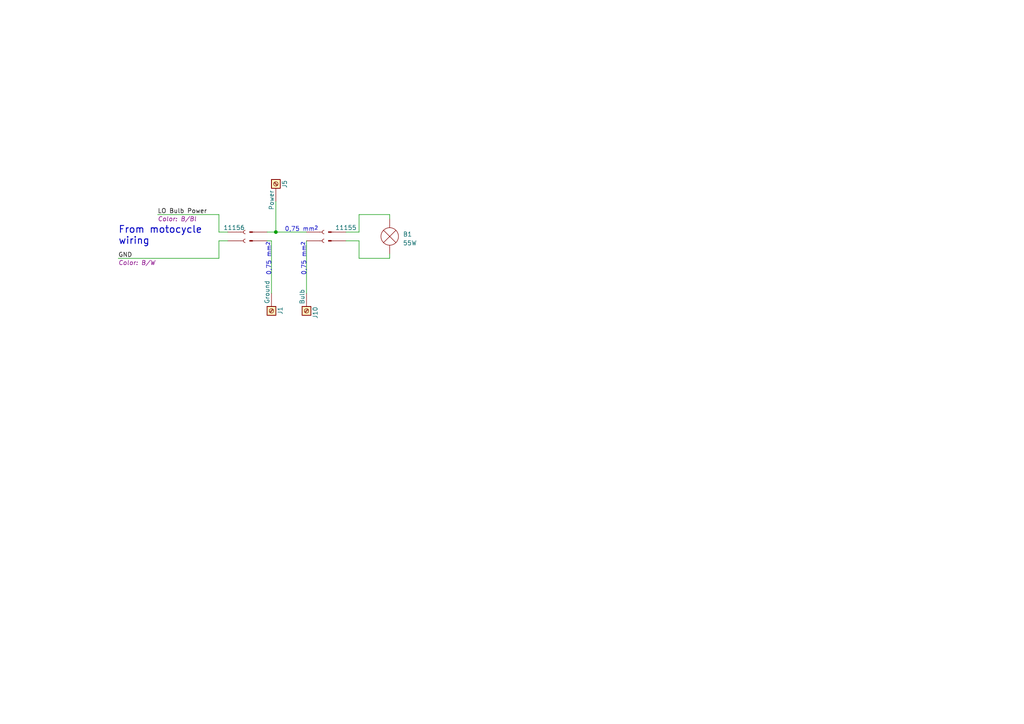
<source format=kicad_sch>
(kicad_sch (version 20231120) (generator "eeschema") (generator_version "8.0")
  (paper "A4")
  (title_block (title "Power module wiring") (date "2023-04-19"))
  (lib_symbols
    (symbol "Conn_01x02_Pin_1" (pin_numbers hide) (pin_names (offset 1.016) hide)
      (property "Reference" "J" (at 0 2.54 0))
      (property "Value" "Conn_01x02_Pin" (at 0 -5.08 0))
      (symbol "Conn_01x02_Pin_1_1_1"
        (polyline (pts (xy 1.27 -2.54) (xy 0.8636 -2.54)) (stroke (width 0.1524)))
        (polyline (pts (xy 1.27 0) (xy 0.8636 0)) (stroke (width 0.1524)))
        (rectangle (start 0.8636 -2.413) (end 0 -2.667) (stroke (width 0.1524)) (fill (type outline)))
        (rectangle (start 0.8636 0.127) (end 0 -0.127) (stroke (width 0.1524)) (fill (type outline)))
        (pin passive line (at 5.08 0 180) (length 3.81) (name "Pin_1") (number "1"))
        (pin passive line (at 5.08 -2.54 180) (length 3.81) (name "Pin_2") (number "2"))
      )
    )
    (symbol "Conn_01x02_Socket_1" (pin_numbers hide) (pin_names (offset 1.016) hide)
      (property "Reference" "J" (at 0 2.54 0))
      (property "Value" "Conn_01x02_Socket" (at 0 -5.08 0))
      (symbol "Conn_01x02_Socket_1_1_1"
        (arc (start 0 -2.032) (mid -0.5058 -2.54) (end 0 -3.048) (stroke (width 0.1524)))
        (polyline (pts (xy -1.27 -2.54) (xy -0.508 -2.54)) (stroke (width 0.1524)))
        (polyline (pts (xy -1.27 0) (xy -0.508 0)) (stroke (width 0.1524)))
        (arc (start 0 0.508) (mid -0.5058 0) (end 0 -0.508) (stroke (width 0.1524)))
        (pin passive line (at -5.08 0 0) (length 3.81) (name "Pin_1") (number "1"))
        (pin passive line (at -5.08 -2.54 0) (length 3.81) (name "Pin_2") (number "2"))
      )
    )
    (symbol "Connector:Conn_01x02_Pin" (pin_numbers hide) (pin_names (offset 1.016) hide)
      (property "Reference" "J" (at 0 2.54 0))
      (property "Value" "Conn_01x02_Pin" (at 0 -5.08 0))
      (symbol "Conn_01x02_Pin_1_1"
        (polyline (pts (xy 1.27 -2.54) (xy 0.8636 -2.54)) (stroke (width 0.1524)))
        (polyline (pts (xy 1.27 0) (xy 0.8636 0)) (stroke (width 0.1524)))
        (rectangle (start 0.8636 -2.413) (end 0 -2.667) (stroke (width 0.1524)) (fill (type outline)))
        (rectangle (start 0.8636 0.127) (end 0 -0.127) (stroke (width 0.1524)) (fill (type outline)))
        (pin passive line (at 5.08 0 180) (length 3.81) (name "Pin_1") (number "1"))
        (pin passive line (at 5.08 -2.54 180) (length 3.81) (name "Pin_2") (number "2"))
      )
    )
    (symbol "Connector:Conn_01x02_Socket" (pin_numbers hide) (pin_names (offset 1.016) hide)
      (property "Reference" "J" (at 0 2.54 0))
      (property "Value" "Conn_01x02_Socket" (at 0 -5.08 0))
      (symbol "Conn_01x02_Socket_1_1"
        (arc (start 0 -2.032) (mid -0.5058 -2.54) (end 0 -3.048) (stroke (width 0.1524)))
        (polyline (pts (xy -1.27 -2.54) (xy -0.508 -2.54)) (stroke (width 0.1524)))
        (polyline (pts (xy -1.27 0) (xy -0.508 0)) (stroke (width 0.1524)))
        (arc (start 0 0.508) (mid -0.5058 0) (end 0 -0.508) (stroke (width 0.1524)))
        (pin passive line (at -5.08 0 0) (length 3.81) (name "Pin_1") (number "1"))
        (pin passive line (at -5.08 -2.54 0) (length 3.81) (name "Pin_2") (number "2"))
      )
    )
    (symbol "Connector:Screw_Terminal_01x01" (pin_numbers hide) (pin_names (offset 1.016) hide)
      (property "Reference" "J" (at 0 2.54 0))
      (property "Value" "Screw_Terminal_01x01" (at 0 -2.54 0))
      (symbol "Screw_Terminal_01x01_1_1"
        (rectangle (start -1.27 1.27) (end 1.27 -1.27) (stroke (width 0.254)) (fill (type background)))
        (polyline (pts (xy -0.5334 0.3302) (xy 0.3302 -0.508)) (stroke (width 0.1524)))
        (polyline (pts (xy -0.3556 0.508) (xy 0.508 -0.3302)) (stroke (width 0.1524)))
        (circle (center 0 0) (radius 0.635) (stroke (width 0.1524)))
        (pin passive line (at -5.08 0 0) (length 3.81) (name "Pin_1") (number "1"))
      )
    )
    (symbol "Device:Lamp" (pin_numbers hide) (pin_names (offset 0.0254) hide)
      (property "Reference" "LA" (at 0.635 3.81 0))
      (property "Value" "Lamp" (at 0.635 -3.81 0))
      (symbol "Lamp_0_1"
        (polyline (pts (xy -1.778 1.778) (xy 1.778 -1.778)))
        (polyline (pts (xy 1.778 1.778) (xy -1.778 -1.778)))
        (circle (center 0 0) (radius 2.54))
      )
      (symbol "Lamp_1_1"
        (pin passive line (at 0 -5.08 90) (length 2.54) (name "-") (number "1"))
        (pin passive line (at 0 5.08 270) (length 2.54) (name "+") (number "2"))
      )
    )
    (symbol "Screw_Terminal_01x01_1" (pin_numbers hide) (pin_names (offset 1.016) hide)
      (property "Reference" "J" (at 0 2.54 0))
      (property "Value" "Screw_Terminal_01x01" (at 0 -2.54 0))
      (symbol "Screw_Terminal_01x01_1_1_1"
        (rectangle (start -1.27 1.27) (end 1.27 -1.27) (stroke (width 0.254)) (fill (type background)))
        (polyline (pts (xy -0.5334 0.3302) (xy 0.3302 -0.508)) (stroke (width 0.1524)))
        (polyline (pts (xy -0.3556 0.508) (xy 0.508 -0.3302)) (stroke (width 0.1524)))
        (circle (center 0 0) (radius 0.635) (stroke (width 0.1524)))
        (pin passive line (at -5.08 0 0) (length 3.81) (name "Pin_1") (number "1"))
      )
    )
  )
  (junction (at 80.01 67.31))
  (wire (pts (xy 63.5 74.93) (xy 63.5 69.85)))
  (wire (pts (xy 113.03 74.93) (xy 113.03 73.66)))
  (wire (pts (xy 63.5 62.23) (xy 63.5 67.31)))
  (wire (pts (xy 78.74 69.85) (xy 77.47 69.85)))
  (wire (pts (xy 77.47 67.31) (xy 80.01 67.31)))
  (wire (pts (xy 104.14 67.31) (xy 100.33 67.31)))
  (wire (pts (xy 45.72 62.23) (xy 63.5 62.23)))
  (wire (pts (xy 63.5 67.31) (xy 66.04 67.31)))
  (wire (pts (xy 88.9 85.09) (xy 88.9 69.85)))
  (wire (pts (xy 78.74 85.09) (xy 78.74 69.85)))
  (wire (pts (xy 63.5 69.85) (xy 66.04 69.85)))
  (wire (pts (xy 113.03 62.23) (xy 113.03 63.5)))
  (wire (pts (xy 104.14 67.31) (xy 104.14 62.23)))
  (wire (pts (xy 104.14 62.23) (xy 113.03 62.23)))
  (wire (pts (xy 80.01 67.31) (xy 88.9 67.31)))
  (wire (pts (xy 80.01 58.42) (xy 80.01 67.31)))
  (wire (pts (xy 104.14 69.85) (xy 100.33 69.85)))
  (wire (pts (xy 34.29 74.93) (xy 63.5 74.93)))
  (wire (pts (xy 104.14 69.85) (xy 104.14 74.93)))
  (wire (pts (xy 104.14 74.93) (xy 113.03 74.93)))
  (text "From motocycle\nwiring" (at 34.29 71.12 0) (effects (font (size 2 2) (thickness 0.254) (bold yes)) (justify left bottom)))
  (text "0,75 mm^{2}" (at 82.55 67.31 0) (effects (font (size 1.27 1.27)) (justify left bottom)))
  (text "0,75 mm^{2}" (at 78.74 80.01 90) (effects (font (size 1.27 1.27)) (justify left bottom)))
  (text "0,75 mm^{2}" (at 88.9 80.01 90) (effects (font (size 1.27 1.27)) (justify left bottom)))
  (label "LO Bulb Power" (at 45.72 62.23 0) (property "Color" "B/Bl" (at 45.72 63.5 0) (show_name yes) (effects (font (italic yes)) (justify left))))
  (label "GND" (at 34.29 74.93 0) (property "Color" "B/W" (at 34.29 76.2 0) (show_name yes) (effects (font (italic yes)) (justify left))))
  (symbol (lib_id "Connector:Screw_Terminal_01x01") (at 80.01 53.34 270) (mirror x) (unit 1)
    (property "Reference" "J5" (at 82.55 54.61 0) (effects (justify left)))
    (property "Value" "Power" (at 78.74 60.96 0) (effects (justify left)))
  )
  (symbol (lib_name "Conn_01x02_Pin_1") (lib_id "Connector:Conn_01x02_Pin") (at 95.25 67.31 0) (unit 1)
    (property "Reference" "J15" (effects (hide yes)))
    (property "Value" "11155" (at 100.33 66.04 0))
  )
  (symbol (lib_id "Connector:Conn_01x02_Socket") (at 71.12 67.31 0) (unit 1)
    (property "Reference" "J12" (effects (hide yes)))
    (property "Value" "11156" (at 64.77 66.04 0) (effects (justify left)))
  )
  (symbol (lib_id "Device:Lamp") (at 113.03 68.58 0) (unit 1) (in_bom no) (on_board no)
    (property "Reference" "B1" (at 116.84 67.945 0) (effects (justify left)))
    (property "Value" "55W" (at 116.84 70.485 0) (effects (justify left)))
  )
  (symbol (lib_name "Screw_Terminal_01x01_1") (lib_id "Connector:Screw_Terminal_01x01") (at 88.9 90.17 270) (unit 1)
    (property "Reference" "J10" (at 91.44 88.9 0) (effects (justify left)))
    (property "Value" "Bulb" (at 87.63 83.82 0) (effects (justify left)))
  )
  (symbol (lib_name "Screw_Terminal_01x01_1") (lib_id "Connector:Screw_Terminal_01x01") (at 78.74 90.17 270) (unit 1)
    (property "Reference" "J1" (at 81.28 88.9 0) (effects (justify left)))
    (property "Value" "Ground" (at 77.47 81.28 0) (effects (justify left)))
  )
  (symbol (lib_name "Conn_01x02_Socket_1") (lib_id "Connector:Conn_01x02_Socket") (at 93.98 67.31 0) (unit 1)
    (property "Reference" "J14" (effects (hide yes)))
    (property "Value" "Conn_01x02_Socket" (effects (hide yes)))
  )
  (symbol (lib_id "Connector:Conn_01x02_Pin") (at 72.39 67.31 0) (unit 1)
    (property "Reference" "J13" (effects (hide yes)))
    (property "Value" "Conn_01x02_Pin" (effects (hide yes)))
  )
)
</source>
